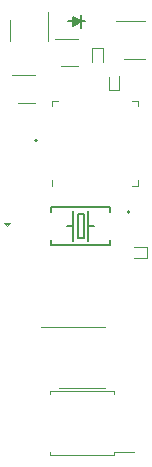
<source format=gbr>
%TF.GenerationSoftware,KiCad,Pcbnew,(5.1.6-0-10_14)*%
%TF.CreationDate,2022-02-25T15:24:37-06:00*%
%TF.ProjectId,Bonsai_C4,426f6e73-6169-45f4-9334-2e6b69636164,rev?*%
%TF.SameCoordinates,Original*%
%TF.FileFunction,Legend,Top*%
%TF.FilePolarity,Positive*%
%FSLAX46Y46*%
G04 Gerber Fmt 4.6, Leading zero omitted, Abs format (unit mm)*
G04 Created by KiCad (PCBNEW (5.1.6-0-10_14)) date 2022-02-25 15:24:37*
%MOMM*%
%LPD*%
G01*
G04 APERTURE LIST*
%ADD10C,0.120000*%
%ADD11C,0.254000*%
%ADD12C,0.203200*%
%ADD13C,0.152400*%
%ADD14C,0.200000*%
%ADD15C,0.130000*%
%ADD16C,0.127000*%
G04 APERTURE END LIST*
D10*
%TO.C,U3*%
X105112000Y-114755000D02*
X105112000Y-114280000D01*
X105112000Y-114280000D02*
X105587000Y-114280000D01*
X112332000Y-121025000D02*
X112332000Y-121500000D01*
X112332000Y-121500000D02*
X111857000Y-121500000D01*
X112332000Y-114755000D02*
X112332000Y-114280000D01*
X112332000Y-114280000D02*
X111857000Y-114280000D01*
X105112000Y-121025000D02*
X105112000Y-121500000D01*
%TO.C,U7*%
X107620000Y-138560000D02*
X109570000Y-138560000D01*
X107620000Y-138560000D02*
X105670000Y-138560000D01*
X107620000Y-133440000D02*
X109570000Y-133440000D01*
X107620000Y-133440000D02*
X104170000Y-133440000D01*
%TO.C,U6*%
X107620000Y-138835000D02*
X104895000Y-138835000D01*
X104895000Y-138835000D02*
X104895000Y-139095000D01*
X107620000Y-138835000D02*
X110345000Y-138835000D01*
X110345000Y-138835000D02*
X110345000Y-139095000D01*
X107620000Y-144285000D02*
X104895000Y-144285000D01*
X104895000Y-144285000D02*
X104895000Y-144025000D01*
X107620000Y-144285000D02*
X110345000Y-144285000D01*
X110345000Y-144285000D02*
X110345000Y-144025000D01*
X110345000Y-144025000D02*
X112020000Y-144025000D01*
%TO.C,U2*%
X101504000Y-107412000D02*
X101504000Y-109212000D01*
X104724000Y-109212000D02*
X104724000Y-106762000D01*
%TO.C,D5*%
X109872800Y-113380000D02*
X110787200Y-113380000D01*
X109872800Y-112230000D02*
X109872800Y-113380000D01*
X110787200Y-112223000D02*
X110787200Y-113373000D01*
D11*
%TO.C,D4*%
X107191000Y-107461000D02*
X107191000Y-107661000D01*
X106991000Y-107311000D02*
X106991000Y-107811000D01*
D12*
X107841000Y-107561000D02*
X107491000Y-107561000D01*
X107491000Y-107561000D02*
X107491000Y-108111000D01*
X107491000Y-107561000D02*
X107491000Y-107011000D01*
D13*
X107491000Y-107561000D02*
X106891000Y-107961000D01*
X106891000Y-107961000D02*
X106891000Y-107161000D01*
X106891000Y-107161000D02*
X107491000Y-107561000D01*
D12*
X107291000Y-107561000D02*
X106441000Y-107561000D01*
D10*
%TO.C,D1*%
X108447800Y-111009000D02*
X108447800Y-109859000D01*
X109362200Y-111002000D02*
X109362200Y-109852000D01*
X109362200Y-109852000D02*
X108447800Y-109852000D01*
%TO.C,U5*%
X102209000Y-114435000D02*
X103609000Y-114435000D01*
X103609000Y-112115000D02*
X101709000Y-112115000D01*
D14*
%TO.C,Q2*%
X103802000Y-117637000D02*
G75*
G03*
X103802000Y-117637000I-100000J0D01*
G01*
D10*
%TO.C,D2*%
X113150000Y-127602200D02*
X113150000Y-126687800D01*
X112000000Y-127602200D02*
X113150000Y-127602200D01*
X111993000Y-126687800D02*
X113143000Y-126687800D01*
%TO.C,U1*%
X112932000Y-107545000D02*
X110482000Y-107545000D01*
X111132000Y-110765000D02*
X112932000Y-110765000D01*
%TO.C,U4*%
X105869000Y-111334000D02*
X107269000Y-111334000D01*
X107269000Y-109014000D02*
X105369000Y-109014000D01*
D14*
%TO.C,Q1*%
X111652000Y-123720000D02*
G75*
G03*
X111652000Y-123720000I-100000J0D01*
G01*
D15*
%TO.C,D3*%
X101367800Y-124731000D02*
X101164600Y-124731000D01*
D10*
X101520200Y-124629400D02*
X101037600Y-124629400D01*
X101037600Y-124629400D02*
X101291600Y-124883400D01*
X101291600Y-124883400D02*
X101520200Y-124629400D01*
D16*
%TO.C,Y1*%
X108144000Y-124880000D02*
X108652000Y-124880000D01*
X106874000Y-124880000D02*
X106366000Y-124880000D01*
X108144000Y-124880000D02*
X108144000Y-126150000D01*
X108144000Y-123610000D02*
X108144000Y-124880000D01*
X106874000Y-124880000D02*
X106874000Y-126150000D01*
X106874000Y-123610000D02*
X106874000Y-124880000D01*
X107763000Y-123864000D02*
X107255000Y-123864000D01*
X107763000Y-125896000D02*
X107763000Y-123864000D01*
X107255000Y-125896000D02*
X107763000Y-125896000D01*
X107255000Y-123864000D02*
X107255000Y-125896000D01*
X110008360Y-123282340D02*
X105009640Y-123282340D01*
X110008360Y-123681120D02*
X110008360Y-123282340D01*
X110008360Y-126477660D02*
X110008360Y-126078880D01*
X105009640Y-126477660D02*
X110008360Y-126477660D01*
X105009640Y-126078880D02*
X105009640Y-126477660D01*
X105009640Y-123282340D02*
X105009640Y-123681120D01*
%TD*%
M02*

</source>
